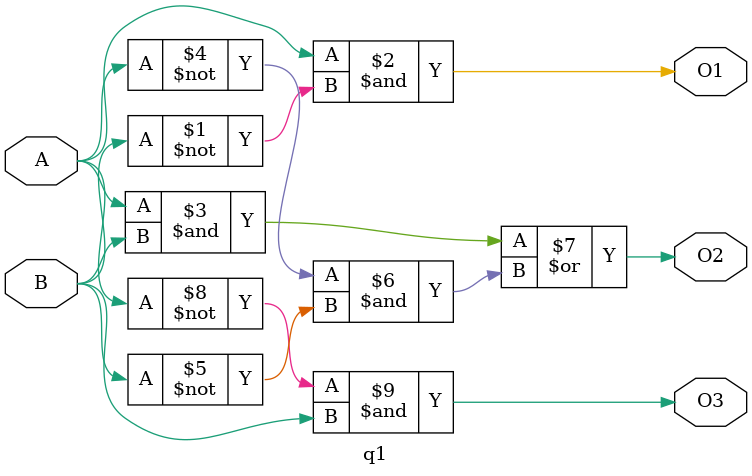
<source format=v>
module q1(
    input A,
    input B,
    output O1,
    output O2,
    output O3
);
assign O1= A&(~B);
assign O2= A&B | (~A)&(~B);
assign O3= (~A)&B;

endmodule

</source>
